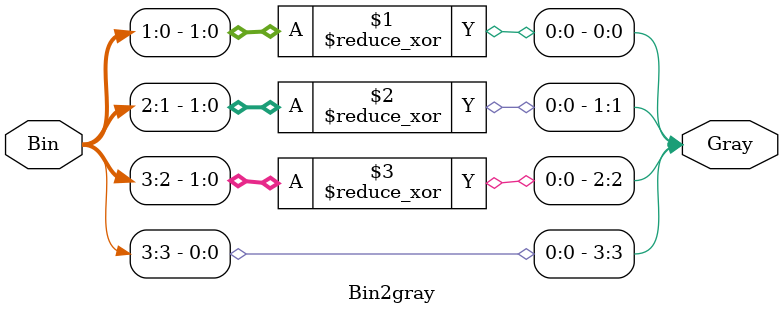
<source format=v>
module Bin2gray(Bin, Gray);
   parameter DATA_WID = 4;
   input  [DATA_WID - 1: 0] Bin;
   output [DATA_WID - 1: 0] Gray;
   
   genvar i;
   generate
     for(i = 0; i < DATA_WID - 1; i = i + 1)
      assign Gray[i] = ^Bin[i+ 1: i] ;
     assign Gray[DATA_WID - 1] = Bin[DATA_WID - 1];
   endgenerate

 endmodule
</source>
